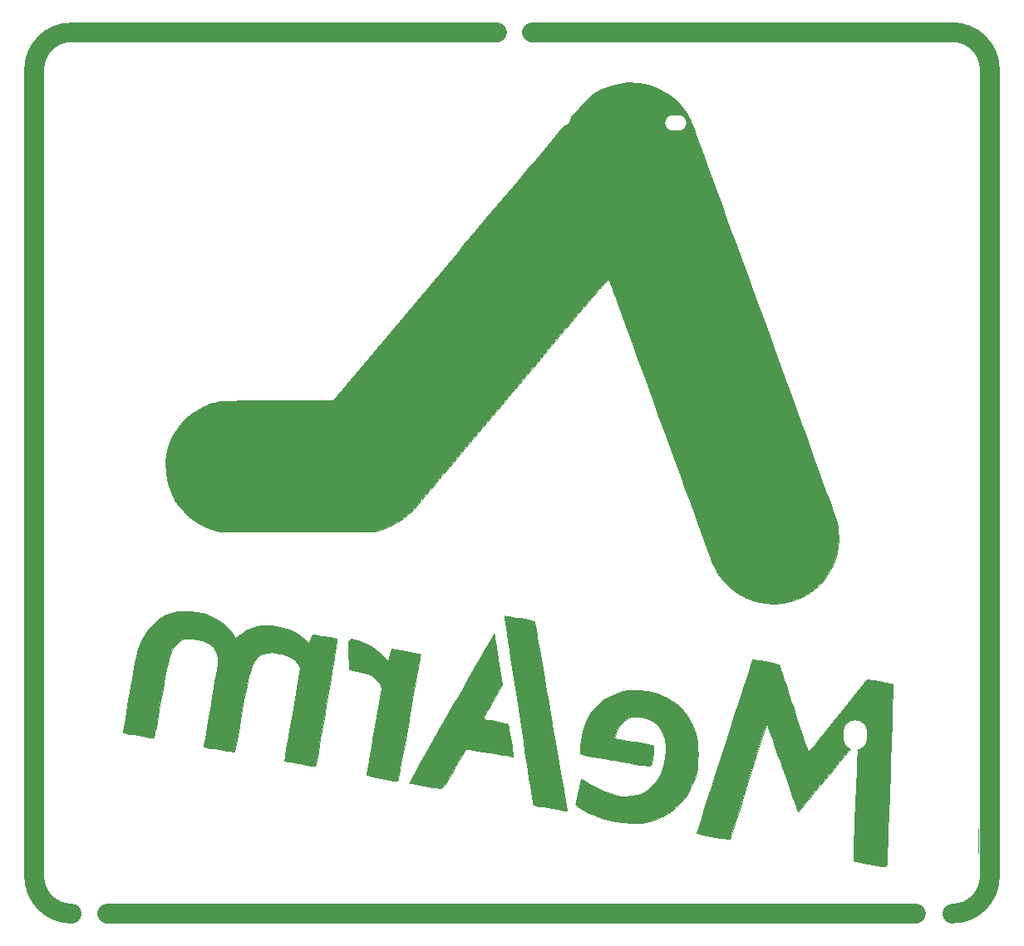
<source format=gbo>
G04 #@! TF.FileFunction,Legend,Bot*
%FSLAX46Y46*%
G04 Gerber Fmt 4.6, Leading zero omitted, Abs format (unit mm)*
G04 Created by KiCad (PCBNEW (2015-01-16 BZR 5376)-product) date 24/06/2015 09:06:33*
%MOMM*%
G01*
G04 APERTURE LIST*
%ADD10C,0.100000*%
%ADD11C,2.000000*%
%ADD12C,0.300000*%
%ADD13O,2.200000X1.524000*%
%ADD14R,1.300000X1.300000*%
%ADD15C,1.300000*%
%ADD16O,2.400000X3.000000*%
%ADD17R,1.727200X1.727200*%
%ADD18O,1.727200X1.727200*%
%ADD19C,4.000000*%
G04 APERTURE END LIST*
D10*
D11*
X134493000Y-43815000D02*
X177546000Y-43815000D01*
X87693500Y-43815000D02*
X131000500Y-43815000D01*
X91249500Y-133667500D02*
X173672500Y-133667500D01*
X181165500Y-47625000D02*
X181165500Y-130048000D01*
X83820000Y-47625000D02*
X83820000Y-129921000D01*
X83820000Y-129857500D02*
G75*
G03X87630000Y-133667500I3810000J0D01*
G01*
X181165500Y-47625000D02*
G75*
G03X177355500Y-43815000I-3810000J0D01*
G01*
X177355500Y-133667500D02*
G75*
G03X181165500Y-129857500I0J3810000D01*
G01*
X87630000Y-43815000D02*
G75*
G03X83820000Y-47625000I0J-3810000D01*
G01*
D10*
X180000000Y-125000000D02*
X180000000Y-127500000D01*
G36*
X151299334Y-125451622D02*
X151378168Y-125491698D01*
X151594321Y-125549115D01*
X151917268Y-125618802D01*
X152316484Y-125695689D01*
X152761445Y-125774703D01*
X153221625Y-125850774D01*
X153666499Y-125918831D01*
X154065544Y-125973802D01*
X154388234Y-126010617D01*
X154604044Y-126024203D01*
X154680915Y-126013409D01*
X154715543Y-125922655D01*
X154795903Y-125683008D01*
X154917904Y-125307411D01*
X155077454Y-124808808D01*
X155270460Y-124200143D01*
X155492831Y-123494360D01*
X155740474Y-122704403D01*
X156009297Y-121843215D01*
X156295209Y-120923740D01*
X156554858Y-120085844D01*
X156851612Y-119129272D01*
X157134585Y-118222130D01*
X157399733Y-117377068D01*
X157643015Y-116606734D01*
X157860386Y-115923780D01*
X158047806Y-115340854D01*
X158201229Y-114870606D01*
X158316615Y-114525685D01*
X158389921Y-114318742D01*
X158416486Y-114260851D01*
X158452638Y-114344356D01*
X158538752Y-114573542D01*
X158669705Y-114933969D01*
X158840376Y-115411194D01*
X159045643Y-115990775D01*
X159280387Y-116658270D01*
X159539484Y-117399237D01*
X159817815Y-118199233D01*
X160020155Y-118783174D01*
X160308728Y-119614666D01*
X160581776Y-120396251D01*
X160834177Y-121113615D01*
X161060807Y-121752442D01*
X161256543Y-122298416D01*
X161416262Y-122737221D01*
X161534842Y-123054544D01*
X161607158Y-123236067D01*
X161627526Y-123274667D01*
X161689397Y-123210865D01*
X161848172Y-123027304D01*
X162094102Y-122735747D01*
X162417439Y-122347961D01*
X162808432Y-121875708D01*
X163257333Y-121330756D01*
X163754391Y-120724867D01*
X164289858Y-120069806D01*
X164679583Y-119591667D01*
X165235953Y-118909376D01*
X165760624Y-118268075D01*
X166243855Y-117679527D01*
X166675905Y-117155496D01*
X167047031Y-116707746D01*
X167347492Y-116348039D01*
X167567548Y-116088140D01*
X167697455Y-115939813D01*
X167729493Y-115908667D01*
X167753204Y-115984789D01*
X167759063Y-116180380D01*
X167751811Y-116353167D01*
X167726619Y-116769663D01*
X167697774Y-117301643D01*
X167665926Y-117932837D01*
X167631729Y-118646976D01*
X167595832Y-119427789D01*
X167558889Y-120259008D01*
X167521551Y-121124363D01*
X167484470Y-122007583D01*
X167448298Y-122892400D01*
X167413685Y-123762543D01*
X167381285Y-124601743D01*
X167351749Y-125393730D01*
X167325728Y-126122235D01*
X167303875Y-126770987D01*
X167286841Y-127323718D01*
X167275277Y-127764157D01*
X167269837Y-128076036D01*
X167271170Y-128243083D01*
X167274539Y-128267177D01*
X167369429Y-128294701D01*
X167599596Y-128344798D01*
X167933377Y-128411674D01*
X168339110Y-128489534D01*
X168785131Y-128572585D01*
X169239776Y-128655031D01*
X169671384Y-128731079D01*
X170048290Y-128794935D01*
X170338832Y-128840805D01*
X170511347Y-128862894D01*
X170535997Y-128864005D01*
X170587778Y-128789200D01*
X170633977Y-128608743D01*
X170637374Y-128587500D01*
X170648871Y-128447447D01*
X170664935Y-128155744D01*
X170685116Y-127725729D01*
X170708962Y-127170741D01*
X170736021Y-126504118D01*
X170765844Y-125739199D01*
X170797979Y-124889321D01*
X170831974Y-123967824D01*
X170867378Y-122988045D01*
X170903740Y-121963323D01*
X170940610Y-120906997D01*
X170977535Y-119832404D01*
X171014066Y-118752884D01*
X171049749Y-117681773D01*
X171084135Y-116632412D01*
X171116773Y-115618138D01*
X171147210Y-114652289D01*
X171174996Y-113748204D01*
X171199680Y-112919221D01*
X171220810Y-112178679D01*
X171237936Y-111539916D01*
X171250606Y-111016270D01*
X171258369Y-110621080D01*
X171260774Y-110367685D01*
X171257370Y-110269421D01*
X171256999Y-110268776D01*
X171158362Y-110235708D01*
X170922693Y-110180942D01*
X170579965Y-110110751D01*
X170160153Y-110031407D01*
X169901401Y-109985110D01*
X168601462Y-109757103D01*
X165650111Y-113514712D01*
X164942899Y-114411848D01*
X164327098Y-115186118D01*
X163804251Y-115835654D01*
X163375899Y-116358588D01*
X163043586Y-116753052D01*
X162808853Y-117017180D01*
X162673243Y-117149102D01*
X162638230Y-117161993D01*
X162601291Y-117062606D01*
X162517247Y-116817262D01*
X162391103Y-116441118D01*
X162227864Y-115949333D01*
X162032537Y-115357065D01*
X161810127Y-114679473D01*
X161565640Y-113931713D01*
X161304082Y-113128945D01*
X161161862Y-112691333D01*
X160893559Y-111867297D01*
X160639590Y-111091625D01*
X160404954Y-110379290D01*
X160194652Y-109745267D01*
X160013682Y-109204531D01*
X159867045Y-108772056D01*
X159759741Y-108462817D01*
X159696768Y-108291789D01*
X159683051Y-108262272D01*
X159589356Y-108230604D01*
X159364549Y-108176341D01*
X159043283Y-108106274D01*
X158660209Y-108027198D01*
X158249979Y-107945904D01*
X157847245Y-107869187D01*
X157486658Y-107803839D01*
X157202870Y-107756654D01*
X157030532Y-107734424D01*
X156995595Y-107735424D01*
X156966457Y-107816567D01*
X156889758Y-108046401D01*
X156769547Y-108412337D01*
X156609870Y-108901787D01*
X156414775Y-109502164D01*
X156188310Y-110200881D01*
X155934520Y-110985349D01*
X155657455Y-111842980D01*
X155361161Y-112761188D01*
X155049685Y-113727385D01*
X154727075Y-114728982D01*
X154397378Y-115753392D01*
X154064642Y-116788028D01*
X153732913Y-117820301D01*
X153406238Y-118837624D01*
X153088666Y-119827410D01*
X152784244Y-120777071D01*
X152497018Y-121674018D01*
X152231037Y-122505665D01*
X151990346Y-123259424D01*
X151778995Y-123922706D01*
X151601029Y-124482925D01*
X151460497Y-124927493D01*
X151361445Y-125243821D01*
X151307922Y-125419322D01*
X151299334Y-125451622D01*
X151299334Y-125451622D01*
X151299334Y-125451622D01*
G37*
X151299334Y-125451622D02*
X151378168Y-125491698D01*
X151594321Y-125549115D01*
X151917268Y-125618802D01*
X152316484Y-125695689D01*
X152761445Y-125774703D01*
X153221625Y-125850774D01*
X153666499Y-125918831D01*
X154065544Y-125973802D01*
X154388234Y-126010617D01*
X154604044Y-126024203D01*
X154680915Y-126013409D01*
X154715543Y-125922655D01*
X154795903Y-125683008D01*
X154917904Y-125307411D01*
X155077454Y-124808808D01*
X155270460Y-124200143D01*
X155492831Y-123494360D01*
X155740474Y-122704403D01*
X156009297Y-121843215D01*
X156295209Y-120923740D01*
X156554858Y-120085844D01*
X156851612Y-119129272D01*
X157134585Y-118222130D01*
X157399733Y-117377068D01*
X157643015Y-116606734D01*
X157860386Y-115923780D01*
X158047806Y-115340854D01*
X158201229Y-114870606D01*
X158316615Y-114525685D01*
X158389921Y-114318742D01*
X158416486Y-114260851D01*
X158452638Y-114344356D01*
X158538752Y-114573542D01*
X158669705Y-114933969D01*
X158840376Y-115411194D01*
X159045643Y-115990775D01*
X159280387Y-116658270D01*
X159539484Y-117399237D01*
X159817815Y-118199233D01*
X160020155Y-118783174D01*
X160308728Y-119614666D01*
X160581776Y-120396251D01*
X160834177Y-121113615D01*
X161060807Y-121752442D01*
X161256543Y-122298416D01*
X161416262Y-122737221D01*
X161534842Y-123054544D01*
X161607158Y-123236067D01*
X161627526Y-123274667D01*
X161689397Y-123210865D01*
X161848172Y-123027304D01*
X162094102Y-122735747D01*
X162417439Y-122347961D01*
X162808432Y-121875708D01*
X163257333Y-121330756D01*
X163754391Y-120724867D01*
X164289858Y-120069806D01*
X164679583Y-119591667D01*
X165235953Y-118909376D01*
X165760624Y-118268075D01*
X166243855Y-117679527D01*
X166675905Y-117155496D01*
X167047031Y-116707746D01*
X167347492Y-116348039D01*
X167567548Y-116088140D01*
X167697455Y-115939813D01*
X167729493Y-115908667D01*
X167753204Y-115984789D01*
X167759063Y-116180380D01*
X167751811Y-116353167D01*
X167726619Y-116769663D01*
X167697774Y-117301643D01*
X167665926Y-117932837D01*
X167631729Y-118646976D01*
X167595832Y-119427789D01*
X167558889Y-120259008D01*
X167521551Y-121124363D01*
X167484470Y-122007583D01*
X167448298Y-122892400D01*
X167413685Y-123762543D01*
X167381285Y-124601743D01*
X167351749Y-125393730D01*
X167325728Y-126122235D01*
X167303875Y-126770987D01*
X167286841Y-127323718D01*
X167275277Y-127764157D01*
X167269837Y-128076036D01*
X167271170Y-128243083D01*
X167274539Y-128267177D01*
X167369429Y-128294701D01*
X167599596Y-128344798D01*
X167933377Y-128411674D01*
X168339110Y-128489534D01*
X168785131Y-128572585D01*
X169239776Y-128655031D01*
X169671384Y-128731079D01*
X170048290Y-128794935D01*
X170338832Y-128840805D01*
X170511347Y-128862894D01*
X170535997Y-128864005D01*
X170587778Y-128789200D01*
X170633977Y-128608743D01*
X170637374Y-128587500D01*
X170648871Y-128447447D01*
X170664935Y-128155744D01*
X170685116Y-127725729D01*
X170708962Y-127170741D01*
X170736021Y-126504118D01*
X170765844Y-125739199D01*
X170797979Y-124889321D01*
X170831974Y-123967824D01*
X170867378Y-122988045D01*
X170903740Y-121963323D01*
X170940610Y-120906997D01*
X170977535Y-119832404D01*
X171014066Y-118752884D01*
X171049749Y-117681773D01*
X171084135Y-116632412D01*
X171116773Y-115618138D01*
X171147210Y-114652289D01*
X171174996Y-113748204D01*
X171199680Y-112919221D01*
X171220810Y-112178679D01*
X171237936Y-111539916D01*
X171250606Y-111016270D01*
X171258369Y-110621080D01*
X171260774Y-110367685D01*
X171257370Y-110269421D01*
X171256999Y-110268776D01*
X171158362Y-110235708D01*
X170922693Y-110180942D01*
X170579965Y-110110751D01*
X170160153Y-110031407D01*
X169901401Y-109985110D01*
X168601462Y-109757103D01*
X165650111Y-113514712D01*
X164942899Y-114411848D01*
X164327098Y-115186118D01*
X163804251Y-115835654D01*
X163375899Y-116358588D01*
X163043586Y-116753052D01*
X162808853Y-117017180D01*
X162673243Y-117149102D01*
X162638230Y-117161993D01*
X162601291Y-117062606D01*
X162517247Y-116817262D01*
X162391103Y-116441118D01*
X162227864Y-115949333D01*
X162032537Y-115357065D01*
X161810127Y-114679473D01*
X161565640Y-113931713D01*
X161304082Y-113128945D01*
X161161862Y-112691333D01*
X160893559Y-111867297D01*
X160639590Y-111091625D01*
X160404954Y-110379290D01*
X160194652Y-109745267D01*
X160013682Y-109204531D01*
X159867045Y-108772056D01*
X159759741Y-108462817D01*
X159696768Y-108291789D01*
X159683051Y-108262272D01*
X159589356Y-108230604D01*
X159364549Y-108176341D01*
X159043283Y-108106274D01*
X158660209Y-108027198D01*
X158249979Y-107945904D01*
X157847245Y-107869187D01*
X157486658Y-107803839D01*
X157202870Y-107756654D01*
X157030532Y-107734424D01*
X156995595Y-107735424D01*
X156966457Y-107816567D01*
X156889758Y-108046401D01*
X156769547Y-108412337D01*
X156609870Y-108901787D01*
X156414775Y-109502164D01*
X156188310Y-110200881D01*
X155934520Y-110985349D01*
X155657455Y-111842980D01*
X155361161Y-112761188D01*
X155049685Y-113727385D01*
X154727075Y-114728982D01*
X154397378Y-115753392D01*
X154064642Y-116788028D01*
X153732913Y-117820301D01*
X153406238Y-118837624D01*
X153088666Y-119827410D01*
X152784244Y-120777071D01*
X152497018Y-121674018D01*
X152231037Y-122505665D01*
X151990346Y-123259424D01*
X151778995Y-123922706D01*
X151601029Y-124482925D01*
X151460497Y-124927493D01*
X151361445Y-125243821D01*
X151307922Y-125419322D01*
X151299334Y-125451622D01*
X151299334Y-125451622D01*
G36*
X138962652Y-122480786D02*
X139013326Y-122571131D01*
X139186360Y-122718040D01*
X139452474Y-122902711D01*
X139782390Y-123106341D01*
X140146831Y-123310129D01*
X140516518Y-123495272D01*
X140606901Y-123536698D01*
X141594162Y-123914846D01*
X142635203Y-124195272D01*
X143691662Y-124372404D01*
X144725181Y-124440672D01*
X145697400Y-124394505D01*
X146104170Y-124335004D01*
X147024094Y-124112341D01*
X147833419Y-123789632D01*
X148570815Y-123346786D01*
X149274951Y-122763711D01*
X149444395Y-122599577D01*
X149792177Y-122241846D01*
X150051827Y-121937769D01*
X150264024Y-121631082D01*
X150469445Y-121265520D01*
X150609679Y-120987803D01*
X150898375Y-120369576D01*
X151111087Y-119822709D01*
X151258541Y-119299383D01*
X151351465Y-118751782D01*
X151400583Y-118132087D01*
X151416622Y-117392480D01*
X151416630Y-117390333D01*
X151410166Y-116721382D01*
X151379975Y-116177596D01*
X151318125Y-115715545D01*
X151216686Y-115291799D01*
X151067729Y-114862927D01*
X150871078Y-114402575D01*
X150390854Y-113540781D01*
X149786403Y-112786992D01*
X149069658Y-112148545D01*
X148252552Y-111632775D01*
X147347016Y-111247018D01*
X146364984Y-110998608D01*
X145318388Y-110894882D01*
X145161000Y-110892281D01*
X144414054Y-110917792D01*
X143765964Y-111013150D01*
X143156039Y-111191474D01*
X142536333Y-111459621D01*
X141739132Y-111941126D01*
X141055280Y-112545755D01*
X140488115Y-113267901D01*
X140040972Y-114101958D01*
X139717190Y-115042321D01*
X139520104Y-116083383D01*
X139472110Y-116607167D01*
X139456261Y-116978756D01*
X139459260Y-117256632D01*
X139480188Y-117411042D01*
X139497638Y-117432667D01*
X139595285Y-117446874D01*
X139841593Y-117487427D01*
X140218474Y-117551215D01*
X140707836Y-117635133D01*
X141291590Y-117736071D01*
X141951646Y-117850923D01*
X142669912Y-117976581D01*
X142947614Y-118025333D01*
X143686642Y-118154531D01*
X144377430Y-118274018D01*
X145001325Y-118380664D01*
X145539674Y-118471335D01*
X145973825Y-118542900D01*
X146285124Y-118592229D01*
X146454918Y-118616187D01*
X146477540Y-118618000D01*
X146616216Y-118540288D01*
X146726653Y-118305059D01*
X146809760Y-117909167D01*
X146866446Y-117349470D01*
X146872736Y-117251025D01*
X146890661Y-116895329D01*
X146889055Y-116673569D01*
X146862798Y-116550962D01*
X146806768Y-116492724D01*
X146758433Y-116474683D01*
X146631187Y-116447694D01*
X146363584Y-116397000D01*
X145982183Y-116327421D01*
X145513539Y-116243777D01*
X144984211Y-116150887D01*
X144755608Y-116111213D01*
X142910883Y-115792109D01*
X142965836Y-115541910D01*
X143166747Y-114959100D01*
X143487984Y-114431983D01*
X143900474Y-114002415D01*
X144162597Y-113818828D01*
X144395934Y-113694546D01*
X144609551Y-113622921D01*
X144865368Y-113590533D01*
X145225302Y-113583958D01*
X145245667Y-113584058D01*
X145650939Y-113598968D01*
X145966748Y-113649095D01*
X146271862Y-113750390D01*
X146451953Y-113828358D01*
X147039221Y-114176129D01*
X147501351Y-114630314D01*
X147840497Y-115194859D01*
X148058808Y-115873712D01*
X148158438Y-116670820D01*
X148165662Y-116972047D01*
X148103351Y-117862250D01*
X147920692Y-118701827D01*
X147627667Y-119471164D01*
X147234259Y-120150651D01*
X146750450Y-120720673D01*
X146186225Y-121161620D01*
X145972114Y-121281564D01*
X145354899Y-121525084D01*
X144675831Y-121676758D01*
X144008121Y-121722439D01*
X143764000Y-121708210D01*
X143163212Y-121601612D01*
X142476863Y-121403303D01*
X141748845Y-121130731D01*
X141023049Y-120801346D01*
X140343366Y-120432597D01*
X139985025Y-120205844D01*
X139550383Y-119912719D01*
X139273790Y-121149193D01*
X139174411Y-121589654D01*
X139086084Y-121974049D01*
X139016199Y-122270753D01*
X138972144Y-122448138D01*
X138962652Y-122480786D01*
X138962652Y-122480786D01*
X138962652Y-122480786D01*
G37*
X138962652Y-122480786D02*
X139013326Y-122571131D01*
X139186360Y-122718040D01*
X139452474Y-122902711D01*
X139782390Y-123106341D01*
X140146831Y-123310129D01*
X140516518Y-123495272D01*
X140606901Y-123536698D01*
X141594162Y-123914846D01*
X142635203Y-124195272D01*
X143691662Y-124372404D01*
X144725181Y-124440672D01*
X145697400Y-124394505D01*
X146104170Y-124335004D01*
X147024094Y-124112341D01*
X147833419Y-123789632D01*
X148570815Y-123346786D01*
X149274951Y-122763711D01*
X149444395Y-122599577D01*
X149792177Y-122241846D01*
X150051827Y-121937769D01*
X150264024Y-121631082D01*
X150469445Y-121265520D01*
X150609679Y-120987803D01*
X150898375Y-120369576D01*
X151111087Y-119822709D01*
X151258541Y-119299383D01*
X151351465Y-118751782D01*
X151400583Y-118132087D01*
X151416622Y-117392480D01*
X151416630Y-117390333D01*
X151410166Y-116721382D01*
X151379975Y-116177596D01*
X151318125Y-115715545D01*
X151216686Y-115291799D01*
X151067729Y-114862927D01*
X150871078Y-114402575D01*
X150390854Y-113540781D01*
X149786403Y-112786992D01*
X149069658Y-112148545D01*
X148252552Y-111632775D01*
X147347016Y-111247018D01*
X146364984Y-110998608D01*
X145318388Y-110894882D01*
X145161000Y-110892281D01*
X144414054Y-110917792D01*
X143765964Y-111013150D01*
X143156039Y-111191474D01*
X142536333Y-111459621D01*
X141739132Y-111941126D01*
X141055280Y-112545755D01*
X140488115Y-113267901D01*
X140040972Y-114101958D01*
X139717190Y-115042321D01*
X139520104Y-116083383D01*
X139472110Y-116607167D01*
X139456261Y-116978756D01*
X139459260Y-117256632D01*
X139480188Y-117411042D01*
X139497638Y-117432667D01*
X139595285Y-117446874D01*
X139841593Y-117487427D01*
X140218474Y-117551215D01*
X140707836Y-117635133D01*
X141291590Y-117736071D01*
X141951646Y-117850923D01*
X142669912Y-117976581D01*
X142947614Y-118025333D01*
X143686642Y-118154531D01*
X144377430Y-118274018D01*
X145001325Y-118380664D01*
X145539674Y-118471335D01*
X145973825Y-118542900D01*
X146285124Y-118592229D01*
X146454918Y-118616187D01*
X146477540Y-118618000D01*
X146616216Y-118540288D01*
X146726653Y-118305059D01*
X146809760Y-117909167D01*
X146866446Y-117349470D01*
X146872736Y-117251025D01*
X146890661Y-116895329D01*
X146889055Y-116673569D01*
X146862798Y-116550962D01*
X146806768Y-116492724D01*
X146758433Y-116474683D01*
X146631187Y-116447694D01*
X146363584Y-116397000D01*
X145982183Y-116327421D01*
X145513539Y-116243777D01*
X144984211Y-116150887D01*
X144755608Y-116111213D01*
X142910883Y-115792109D01*
X142965836Y-115541910D01*
X143166747Y-114959100D01*
X143487984Y-114431983D01*
X143900474Y-114002415D01*
X144162597Y-113818828D01*
X144395934Y-113694546D01*
X144609551Y-113622921D01*
X144865368Y-113590533D01*
X145225302Y-113583958D01*
X145245667Y-113584058D01*
X145650939Y-113598968D01*
X145966748Y-113649095D01*
X146271862Y-113750390D01*
X146451953Y-113828358D01*
X147039221Y-114176129D01*
X147501351Y-114630314D01*
X147840497Y-115194859D01*
X148058808Y-115873712D01*
X148158438Y-116670820D01*
X148165662Y-116972047D01*
X148103351Y-117862250D01*
X147920692Y-118701827D01*
X147627667Y-119471164D01*
X147234259Y-120150651D01*
X146750450Y-120720673D01*
X146186225Y-121161620D01*
X145972114Y-121281564D01*
X145354899Y-121525084D01*
X144675831Y-121676758D01*
X144008121Y-121722439D01*
X143764000Y-121708210D01*
X143163212Y-121601612D01*
X142476863Y-121403303D01*
X141748845Y-121130731D01*
X141023049Y-120801346D01*
X140343366Y-120432597D01*
X139985025Y-120205844D01*
X139550383Y-119912719D01*
X139273790Y-121149193D01*
X139174411Y-121589654D01*
X139086084Y-121974049D01*
X139016199Y-122270753D01*
X138972144Y-122448138D01*
X138962652Y-122480786D01*
X138962652Y-122480786D01*
G36*
X131703774Y-103306369D02*
X131713521Y-103391230D01*
X131747261Y-103630664D01*
X131803034Y-104011912D01*
X131878882Y-104522213D01*
X131972845Y-105148808D01*
X132082964Y-105878938D01*
X132207280Y-106699843D01*
X132343834Y-107598763D01*
X132490668Y-108562938D01*
X132645821Y-109579609D01*
X132807336Y-110636016D01*
X132973252Y-111719399D01*
X133141612Y-112816999D01*
X133310455Y-113916056D01*
X133477824Y-115003810D01*
X133641758Y-116067502D01*
X133800299Y-117094371D01*
X133951488Y-118071659D01*
X134093366Y-118986606D01*
X134223973Y-119826451D01*
X134341351Y-120578435D01*
X134443541Y-121229799D01*
X134528584Y-121767782D01*
X134594520Y-122179626D01*
X134639390Y-122452569D01*
X134661236Y-122573854D01*
X134662745Y-122578901D01*
X134745146Y-122597619D01*
X134964019Y-122640032D01*
X135289027Y-122700697D01*
X135689833Y-122774170D01*
X136136102Y-122855006D01*
X136597497Y-122937760D01*
X137043682Y-123016989D01*
X137444321Y-123087249D01*
X137769078Y-123143094D01*
X137987616Y-123179081D01*
X138067872Y-123190000D01*
X138067936Y-123118175D01*
X138042387Y-122957167D01*
X138022563Y-122844300D01*
X137976304Y-122575345D01*
X137905459Y-122161167D01*
X137811875Y-121612631D01*
X137697401Y-120940604D01*
X137563884Y-120155950D01*
X137413172Y-119269537D01*
X137247114Y-118292229D01*
X137067557Y-117234892D01*
X136876348Y-116108393D01*
X136675337Y-114923596D01*
X136466371Y-113691368D01*
X136399524Y-113297075D01*
X136189096Y-112056954D01*
X135986295Y-110864052D01*
X135792936Y-109728924D01*
X135610834Y-108662128D01*
X135441805Y-107674221D01*
X135287663Y-106775760D01*
X135150223Y-105977301D01*
X135031300Y-105289401D01*
X134932710Y-104722617D01*
X134856267Y-104287507D01*
X134803786Y-103994626D01*
X134777083Y-103854532D01*
X134774187Y-103843568D01*
X134683574Y-103818253D01*
X134459617Y-103771632D01*
X134134389Y-103709317D01*
X133739962Y-103636920D01*
X133308409Y-103560052D01*
X132871805Y-103484325D01*
X132462221Y-103415350D01*
X132111732Y-103358739D01*
X131852410Y-103320102D01*
X131716328Y-103305053D01*
X131703774Y-103306369D01*
X131703774Y-103306369D01*
X131703774Y-103306369D01*
G37*
X131703774Y-103306369D02*
X131713521Y-103391230D01*
X131747261Y-103630664D01*
X131803034Y-104011912D01*
X131878882Y-104522213D01*
X131972845Y-105148808D01*
X132082964Y-105878938D01*
X132207280Y-106699843D01*
X132343834Y-107598763D01*
X132490668Y-108562938D01*
X132645821Y-109579609D01*
X132807336Y-110636016D01*
X132973252Y-111719399D01*
X133141612Y-112816999D01*
X133310455Y-113916056D01*
X133477824Y-115003810D01*
X133641758Y-116067502D01*
X133800299Y-117094371D01*
X133951488Y-118071659D01*
X134093366Y-118986606D01*
X134223973Y-119826451D01*
X134341351Y-120578435D01*
X134443541Y-121229799D01*
X134528584Y-121767782D01*
X134594520Y-122179626D01*
X134639390Y-122452569D01*
X134661236Y-122573854D01*
X134662745Y-122578901D01*
X134745146Y-122597619D01*
X134964019Y-122640032D01*
X135289027Y-122700697D01*
X135689833Y-122774170D01*
X136136102Y-122855006D01*
X136597497Y-122937760D01*
X137043682Y-123016989D01*
X137444321Y-123087249D01*
X137769078Y-123143094D01*
X137987616Y-123179081D01*
X138067872Y-123190000D01*
X138067936Y-123118175D01*
X138042387Y-122957167D01*
X138022563Y-122844300D01*
X137976304Y-122575345D01*
X137905459Y-122161167D01*
X137811875Y-121612631D01*
X137697401Y-120940604D01*
X137563884Y-120155950D01*
X137413172Y-119269537D01*
X137247114Y-118292229D01*
X137067557Y-117234892D01*
X136876348Y-116108393D01*
X136675337Y-114923596D01*
X136466371Y-113691368D01*
X136399524Y-113297075D01*
X136189096Y-112056954D01*
X135986295Y-110864052D01*
X135792936Y-109728924D01*
X135610834Y-108662128D01*
X135441805Y-107674221D01*
X135287663Y-106775760D01*
X135150223Y-105977301D01*
X135031300Y-105289401D01*
X134932710Y-104722617D01*
X134856267Y-104287507D01*
X134803786Y-103994626D01*
X134777083Y-103854532D01*
X134774187Y-103843568D01*
X134683574Y-103818253D01*
X134459617Y-103771632D01*
X134134389Y-103709317D01*
X133739962Y-103636920D01*
X133308409Y-103560052D01*
X132871805Y-103484325D01*
X132462221Y-103415350D01*
X132111732Y-103358739D01*
X131852410Y-103320102D01*
X131716328Y-103305053D01*
X131703774Y-103306369D01*
X131703774Y-103306369D01*
G36*
X122018156Y-120346080D02*
X122109017Y-120368075D01*
X122335761Y-120411599D01*
X122667075Y-120471368D01*
X123071645Y-120542097D01*
X123518157Y-120618501D01*
X123975298Y-120695296D01*
X124411755Y-120767195D01*
X124796212Y-120828915D01*
X125097358Y-120875171D01*
X125283878Y-120900677D01*
X125323909Y-120904000D01*
X125409477Y-120829764D01*
X125568470Y-120611291D01*
X125796874Y-120254931D01*
X126090676Y-119767036D01*
X126445862Y-119153958D01*
X126588129Y-118903569D01*
X126889447Y-118375011D01*
X127166768Y-117896482D01*
X127408461Y-117487421D01*
X127602898Y-117167263D01*
X127738447Y-116955446D01*
X127803479Y-116871407D01*
X127804292Y-116871034D01*
X127906746Y-116876964D01*
X128153664Y-116909737D01*
X128522919Y-116965857D01*
X128992383Y-117041825D01*
X129539928Y-117134146D01*
X130143425Y-117239321D01*
X130217333Y-117252423D01*
X130822433Y-117358929D01*
X131370878Y-117453632D01*
X131841244Y-117532982D01*
X132212108Y-117593425D01*
X132462046Y-117631411D01*
X132569635Y-117643387D01*
X132572080Y-117642822D01*
X132571134Y-117553883D01*
X132547010Y-117329515D01*
X132504485Y-117001298D01*
X132448338Y-116600813D01*
X132383345Y-116159640D01*
X132314286Y-115709359D01*
X132245937Y-115281552D01*
X132183076Y-114907798D01*
X132130482Y-114619679D01*
X132092931Y-114448774D01*
X132085253Y-114424930D01*
X132036407Y-114353634D01*
X131936264Y-114292611D01*
X131759308Y-114234496D01*
X131480019Y-114171926D01*
X131072880Y-114097536D01*
X130778183Y-114047748D01*
X130344467Y-113970688D01*
X129977089Y-113895922D01*
X129705185Y-113830132D01*
X129557893Y-113780001D01*
X129540000Y-113763784D01*
X129580026Y-113670726D01*
X129692293Y-113452291D01*
X129865087Y-113130157D01*
X130086692Y-112726001D01*
X130345395Y-112261503D01*
X130506136Y-111975974D01*
X131472272Y-110266349D01*
X131080762Y-107711174D01*
X130982054Y-107076308D01*
X130889539Y-106498982D01*
X130806689Y-105999486D01*
X130736973Y-105598109D01*
X130683862Y-105315142D01*
X130650827Y-105170875D01*
X130643792Y-105156524D01*
X130596498Y-105228277D01*
X130472834Y-105435483D01*
X130279526Y-105766297D01*
X130023300Y-106208875D01*
X129710882Y-106751374D01*
X129348997Y-107381950D01*
X128944372Y-108088757D01*
X128503731Y-108859954D01*
X128033801Y-109683695D01*
X127541308Y-110548137D01*
X127032977Y-111441435D01*
X126515535Y-112351746D01*
X125995706Y-113267226D01*
X125480218Y-114176030D01*
X124975794Y-115066315D01*
X124489163Y-115926237D01*
X124027048Y-116743952D01*
X123596176Y-117507616D01*
X123203273Y-118205385D01*
X122855064Y-118825415D01*
X122558276Y-119355861D01*
X122319634Y-119784881D01*
X122145863Y-120100630D01*
X122043691Y-120291264D01*
X122018156Y-120346080D01*
X122018156Y-120346080D01*
X122018156Y-120346080D01*
G37*
X122018156Y-120346080D02*
X122109017Y-120368075D01*
X122335761Y-120411599D01*
X122667075Y-120471368D01*
X123071645Y-120542097D01*
X123518157Y-120618501D01*
X123975298Y-120695296D01*
X124411755Y-120767195D01*
X124796212Y-120828915D01*
X125097358Y-120875171D01*
X125283878Y-120900677D01*
X125323909Y-120904000D01*
X125409477Y-120829764D01*
X125568470Y-120611291D01*
X125796874Y-120254931D01*
X126090676Y-119767036D01*
X126445862Y-119153958D01*
X126588129Y-118903569D01*
X126889447Y-118375011D01*
X127166768Y-117896482D01*
X127408461Y-117487421D01*
X127602898Y-117167263D01*
X127738447Y-116955446D01*
X127803479Y-116871407D01*
X127804292Y-116871034D01*
X127906746Y-116876964D01*
X128153664Y-116909737D01*
X128522919Y-116965857D01*
X128992383Y-117041825D01*
X129539928Y-117134146D01*
X130143425Y-117239321D01*
X130217333Y-117252423D01*
X130822433Y-117358929D01*
X131370878Y-117453632D01*
X131841244Y-117532982D01*
X132212108Y-117593425D01*
X132462046Y-117631411D01*
X132569635Y-117643387D01*
X132572080Y-117642822D01*
X132571134Y-117553883D01*
X132547010Y-117329515D01*
X132504485Y-117001298D01*
X132448338Y-116600813D01*
X132383345Y-116159640D01*
X132314286Y-115709359D01*
X132245937Y-115281552D01*
X132183076Y-114907798D01*
X132130482Y-114619679D01*
X132092931Y-114448774D01*
X132085253Y-114424930D01*
X132036407Y-114353634D01*
X131936264Y-114292611D01*
X131759308Y-114234496D01*
X131480019Y-114171926D01*
X131072880Y-114097536D01*
X130778183Y-114047748D01*
X130344467Y-113970688D01*
X129977089Y-113895922D01*
X129705185Y-113830132D01*
X129557893Y-113780001D01*
X129540000Y-113763784D01*
X129580026Y-113670726D01*
X129692293Y-113452291D01*
X129865087Y-113130157D01*
X130086692Y-112726001D01*
X130345395Y-112261503D01*
X130506136Y-111975974D01*
X131472272Y-110266349D01*
X131080762Y-107711174D01*
X130982054Y-107076308D01*
X130889539Y-106498982D01*
X130806689Y-105999486D01*
X130736973Y-105598109D01*
X130683862Y-105315142D01*
X130650827Y-105170875D01*
X130643792Y-105156524D01*
X130596498Y-105228277D01*
X130472834Y-105435483D01*
X130279526Y-105766297D01*
X130023300Y-106208875D01*
X129710882Y-106751374D01*
X129348997Y-107381950D01*
X128944372Y-108088757D01*
X128503731Y-108859954D01*
X128033801Y-109683695D01*
X127541308Y-110548137D01*
X127032977Y-111441435D01*
X126515535Y-112351746D01*
X125995706Y-113267226D01*
X125480218Y-114176030D01*
X124975794Y-115066315D01*
X124489163Y-115926237D01*
X124027048Y-116743952D01*
X123596176Y-117507616D01*
X123203273Y-118205385D01*
X122855064Y-118825415D01*
X122558276Y-119355861D01*
X122319634Y-119784881D01*
X122145863Y-120100630D01*
X122043691Y-120291264D01*
X122018156Y-120346080D01*
X122018156Y-120346080D01*
G36*
X115823621Y-106388041D02*
X115824602Y-106658833D01*
X115829666Y-107122308D01*
X115842868Y-107588985D01*
X115862022Y-107995533D01*
X115878369Y-108216501D01*
X115931535Y-108779335D01*
X116689367Y-108917983D01*
X117082453Y-109002065D01*
X117459768Y-109103447D01*
X117755323Y-109203828D01*
X117818084Y-109230966D01*
X118227769Y-109472657D01*
X118609861Y-109785311D01*
X118916464Y-110124965D01*
X119073868Y-110383604D01*
X119222953Y-110714216D01*
X118454810Y-115069501D01*
X118307278Y-115907680D01*
X118169054Y-116696247D01*
X118042881Y-117419330D01*
X117931500Y-118061053D01*
X117837655Y-118605543D01*
X117764088Y-119036928D01*
X117713542Y-119339333D01*
X117688759Y-119496884D01*
X117686667Y-119515445D01*
X117764856Y-119548890D01*
X117978620Y-119605409D01*
X118296754Y-119678784D01*
X118688053Y-119762796D01*
X119121310Y-119851224D01*
X119565321Y-119937850D01*
X119988881Y-120016455D01*
X120360784Y-120080819D01*
X120649824Y-120124724D01*
X120824798Y-120141950D01*
X120830476Y-120142000D01*
X120851431Y-120060713D01*
X120899142Y-119825344D01*
X120971290Y-119448626D01*
X121065552Y-118943295D01*
X121179605Y-118322085D01*
X121311129Y-117597730D01*
X121457802Y-116782967D01*
X121617301Y-115890528D01*
X121787305Y-114933150D01*
X121965493Y-113923566D01*
X121999800Y-113728500D01*
X122179090Y-112708208D01*
X122349847Y-111735913D01*
X122509805Y-110824559D01*
X122656696Y-109987091D01*
X122788253Y-109236454D01*
X122902207Y-108585593D01*
X122996292Y-108047453D01*
X123068239Y-107634979D01*
X123115783Y-107361115D01*
X123136654Y-107238807D01*
X123137396Y-107233943D01*
X123061709Y-107193845D01*
X122845267Y-107132279D01*
X122514378Y-107055402D01*
X122095351Y-106969376D01*
X121666000Y-106889466D01*
X120184333Y-106626045D01*
X120022252Y-107278452D01*
X119860171Y-107930859D01*
X119175585Y-107241930D01*
X118603772Y-106719664D01*
X118043159Y-106328165D01*
X117446266Y-106039360D01*
X116789538Y-105831254D01*
X116388807Y-105727922D01*
X116117271Y-105674484D01*
X115949957Y-105692359D01*
X115861893Y-105802965D01*
X115828105Y-106027720D01*
X115823621Y-106388041D01*
X115823621Y-106388041D01*
X115823621Y-106388041D01*
G37*
X115823621Y-106388041D02*
X115824602Y-106658833D01*
X115829666Y-107122308D01*
X115842868Y-107588985D01*
X115862022Y-107995533D01*
X115878369Y-108216501D01*
X115931535Y-108779335D01*
X116689367Y-108917983D01*
X117082453Y-109002065D01*
X117459768Y-109103447D01*
X117755323Y-109203828D01*
X117818084Y-109230966D01*
X118227769Y-109472657D01*
X118609861Y-109785311D01*
X118916464Y-110124965D01*
X119073868Y-110383604D01*
X119222953Y-110714216D01*
X118454810Y-115069501D01*
X118307278Y-115907680D01*
X118169054Y-116696247D01*
X118042881Y-117419330D01*
X117931500Y-118061053D01*
X117837655Y-118605543D01*
X117764088Y-119036928D01*
X117713542Y-119339333D01*
X117688759Y-119496884D01*
X117686667Y-119515445D01*
X117764856Y-119548890D01*
X117978620Y-119605409D01*
X118296754Y-119678784D01*
X118688053Y-119762796D01*
X119121310Y-119851224D01*
X119565321Y-119937850D01*
X119988881Y-120016455D01*
X120360784Y-120080819D01*
X120649824Y-120124724D01*
X120824798Y-120141950D01*
X120830476Y-120142000D01*
X120851431Y-120060713D01*
X120899142Y-119825344D01*
X120971290Y-119448626D01*
X121065552Y-118943295D01*
X121179605Y-118322085D01*
X121311129Y-117597730D01*
X121457802Y-116782967D01*
X121617301Y-115890528D01*
X121787305Y-114933150D01*
X121965493Y-113923566D01*
X121999800Y-113728500D01*
X122179090Y-112708208D01*
X122349847Y-111735913D01*
X122509805Y-110824559D01*
X122656696Y-109987091D01*
X122788253Y-109236454D01*
X122902207Y-108585593D01*
X122996292Y-108047453D01*
X123068239Y-107634979D01*
X123115783Y-107361115D01*
X123136654Y-107238807D01*
X123137396Y-107233943D01*
X123061709Y-107193845D01*
X122845267Y-107132279D01*
X122514378Y-107055402D01*
X122095351Y-106969376D01*
X121666000Y-106889466D01*
X120184333Y-106626045D01*
X120022252Y-107278452D01*
X119860171Y-107930859D01*
X119175585Y-107241930D01*
X118603772Y-106719664D01*
X118043159Y-106328165D01*
X117446266Y-106039360D01*
X116789538Y-105831254D01*
X116388807Y-105727922D01*
X116117271Y-105674484D01*
X115949957Y-105692359D01*
X115861893Y-105802965D01*
X115828105Y-106027720D01*
X115823621Y-106388041D01*
X115823621Y-106388041D01*
G36*
X92873848Y-115162665D02*
X92875486Y-115186622D01*
X92985274Y-115218971D01*
X93225260Y-115270395D01*
X93563298Y-115335449D01*
X93967244Y-115408687D01*
X94404951Y-115484663D01*
X94844273Y-115557933D01*
X95253064Y-115623050D01*
X95599179Y-115674570D01*
X95850472Y-115707047D01*
X95974797Y-115715035D01*
X95982025Y-115712864D01*
X95997189Y-115690631D01*
X96014713Y-115644653D01*
X96037081Y-115561568D01*
X96066781Y-115428016D01*
X96106298Y-115230638D01*
X96158118Y-114956071D01*
X96224727Y-114590957D01*
X96308611Y-114121933D01*
X96412257Y-113535641D01*
X96538150Y-112818718D01*
X96688775Y-111957806D01*
X96812066Y-111252000D01*
X96985873Y-110272060D01*
X97139665Y-109443411D01*
X97277811Y-108749775D01*
X97404674Y-108174874D01*
X97524624Y-107702430D01*
X97642024Y-107316164D01*
X97761243Y-106999798D01*
X97886645Y-106737055D01*
X98022598Y-106511655D01*
X98120071Y-106375649D01*
X98425260Y-106032848D01*
X98749939Y-105806101D01*
X99136419Y-105676705D01*
X99627014Y-105625954D01*
X99822000Y-105623283D01*
X100556362Y-105684691D01*
X101189686Y-105860294D01*
X101712348Y-106142429D01*
X102114720Y-106523432D01*
X102387175Y-106995640D01*
X102520088Y-107551389D01*
X102531993Y-107780667D01*
X102517969Y-107955582D01*
X102476861Y-108278968D01*
X102411524Y-108732631D01*
X102324816Y-109298376D01*
X102219593Y-109958010D01*
X102098712Y-110693338D01*
X101965029Y-111486166D01*
X101821401Y-112318300D01*
X101803510Y-112420634D01*
X101661071Y-113238567D01*
X101529103Y-114004770D01*
X101410249Y-114703301D01*
X101307153Y-115318220D01*
X101222456Y-115833585D01*
X101158803Y-116233454D01*
X101118835Y-116501886D01*
X101105195Y-116622939D01*
X101105952Y-116628174D01*
X101207230Y-116662590D01*
X101441107Y-116714001D01*
X101775301Y-116777303D01*
X102177531Y-116847391D01*
X102615514Y-116919161D01*
X103056968Y-116987509D01*
X103469611Y-117047331D01*
X103821161Y-117093521D01*
X104079334Y-117120977D01*
X104211851Y-117124593D01*
X104221870Y-117120852D01*
X104252844Y-117020580D01*
X104306656Y-116778125D01*
X104378425Y-116418353D01*
X104463273Y-115966130D01*
X104556321Y-115446323D01*
X104600939Y-115189000D01*
X104813760Y-113954191D01*
X105002304Y-112874549D01*
X105169489Y-111938102D01*
X105318234Y-111132884D01*
X105451458Y-110446923D01*
X105572081Y-109868252D01*
X105683023Y-109384900D01*
X105787201Y-108984900D01*
X105887536Y-108656281D01*
X105986946Y-108387074D01*
X106088351Y-108165311D01*
X106194669Y-107979022D01*
X106308821Y-107816238D01*
X106433725Y-107664989D01*
X106436867Y-107661416D01*
X106770218Y-107346414D01*
X107133048Y-107145736D01*
X107564155Y-107045914D01*
X108102334Y-107033481D01*
X108226139Y-107040290D01*
X109013911Y-107160014D01*
X109698691Y-107408550D01*
X110275446Y-107783385D01*
X110739140Y-108282007D01*
X110752871Y-108301124D01*
X110936542Y-108559067D01*
X110103548Y-113289255D01*
X109950736Y-114161377D01*
X109808305Y-114982761D01*
X109678751Y-115738434D01*
X109564568Y-116413423D01*
X109468254Y-116992753D01*
X109392303Y-117461451D01*
X109339212Y-117804544D01*
X109311476Y-118007057D01*
X109308777Y-118057645D01*
X109398338Y-118082621D01*
X109622248Y-118130467D01*
X109948001Y-118195196D01*
X110343090Y-118270820D01*
X110775010Y-118351349D01*
X111211253Y-118430795D01*
X111619313Y-118503171D01*
X111966683Y-118562488D01*
X112220857Y-118602758D01*
X112349329Y-118617991D01*
X112350555Y-118618000D01*
X112458399Y-118550771D01*
X112477486Y-118512167D01*
X112508903Y-118377561D01*
X112564417Y-118096443D01*
X112641373Y-117684413D01*
X112737115Y-117157070D01*
X112848986Y-116530014D01*
X112974332Y-115818844D01*
X113110496Y-115039161D01*
X113254821Y-114206565D01*
X113404653Y-113336654D01*
X113557336Y-112445029D01*
X113710213Y-111547289D01*
X113860629Y-110659035D01*
X114005927Y-109795865D01*
X114143452Y-108973381D01*
X114270549Y-108207181D01*
X114384560Y-107512865D01*
X114482831Y-106906033D01*
X114562705Y-106402285D01*
X114621526Y-106017221D01*
X114656639Y-105766440D01*
X114665388Y-105665542D01*
X114664841Y-105664385D01*
X114559794Y-105628483D01*
X114320974Y-105573108D01*
X113981851Y-105505300D01*
X113575897Y-105432101D01*
X113495667Y-105418450D01*
X113073009Y-105345895D01*
X112702916Y-105279909D01*
X112421657Y-105227131D01*
X112265503Y-105194202D01*
X112254703Y-105191265D01*
X112157184Y-105206395D01*
X112067612Y-105334035D01*
X111968122Y-105597292D01*
X111882865Y-105848977D01*
X111817260Y-106025926D01*
X111792650Y-106078546D01*
X111720812Y-106043856D01*
X111562781Y-105920058D01*
X111380359Y-105758958D01*
X110606936Y-105151004D01*
X109779910Y-104702325D01*
X108902917Y-104414411D01*
X107979593Y-104288753D01*
X107780667Y-104283124D01*
X107361136Y-104291799D01*
X106943631Y-104322027D01*
X106599427Y-104368009D01*
X106510667Y-104386462D01*
X105980524Y-104555273D01*
X105432548Y-104800516D01*
X104935338Y-105088447D01*
X104647862Y-105302760D01*
X104452528Y-105461400D01*
X104316628Y-105555685D01*
X104278020Y-105568229D01*
X104226355Y-105483178D01*
X104118516Y-105298160D01*
X104029333Y-105143082D01*
X103679821Y-104668837D01*
X103194307Y-104206315D01*
X102605784Y-103777980D01*
X101947243Y-103406298D01*
X101251674Y-103113736D01*
X100880333Y-102998720D01*
X100321610Y-102886503D01*
X99691174Y-102821764D01*
X99050908Y-102806583D01*
X98462701Y-102843043D01*
X98095056Y-102905028D01*
X97282114Y-103181338D01*
X96542605Y-103606212D01*
X95882143Y-104173055D01*
X95306341Y-104875271D01*
X94820813Y-105706267D01*
X94431172Y-106659447D01*
X94197233Y-107484333D01*
X94142574Y-107738419D01*
X94068242Y-108116032D01*
X93977670Y-108597164D01*
X93874292Y-109161809D01*
X93761541Y-109789959D01*
X93642850Y-110461608D01*
X93521653Y-111156747D01*
X93401383Y-111855369D01*
X93285473Y-112537469D01*
X93177357Y-113183037D01*
X93080468Y-113772067D01*
X92998239Y-114284552D01*
X92934104Y-114700485D01*
X92891496Y-114999858D01*
X92873848Y-115162665D01*
X92873848Y-115162665D01*
X92873848Y-115162665D01*
G37*
X92873848Y-115162665D02*
X92875486Y-115186622D01*
X92985274Y-115218971D01*
X93225260Y-115270395D01*
X93563298Y-115335449D01*
X93967244Y-115408687D01*
X94404951Y-115484663D01*
X94844273Y-115557933D01*
X95253064Y-115623050D01*
X95599179Y-115674570D01*
X95850472Y-115707047D01*
X95974797Y-115715035D01*
X95982025Y-115712864D01*
X95997189Y-115690631D01*
X96014713Y-115644653D01*
X96037081Y-115561568D01*
X96066781Y-115428016D01*
X96106298Y-115230638D01*
X96158118Y-114956071D01*
X96224727Y-114590957D01*
X96308611Y-114121933D01*
X96412257Y-113535641D01*
X96538150Y-112818718D01*
X96688775Y-111957806D01*
X96812066Y-111252000D01*
X96985873Y-110272060D01*
X97139665Y-109443411D01*
X97277811Y-108749775D01*
X97404674Y-108174874D01*
X97524624Y-107702430D01*
X97642024Y-107316164D01*
X97761243Y-106999798D01*
X97886645Y-106737055D01*
X98022598Y-106511655D01*
X98120071Y-106375649D01*
X98425260Y-106032848D01*
X98749939Y-105806101D01*
X99136419Y-105676705D01*
X99627014Y-105625954D01*
X99822000Y-105623283D01*
X100556362Y-105684691D01*
X101189686Y-105860294D01*
X101712348Y-106142429D01*
X102114720Y-106523432D01*
X102387175Y-106995640D01*
X102520088Y-107551389D01*
X102531993Y-107780667D01*
X102517969Y-107955582D01*
X102476861Y-108278968D01*
X102411524Y-108732631D01*
X102324816Y-109298376D01*
X102219593Y-109958010D01*
X102098712Y-110693338D01*
X101965029Y-111486166D01*
X101821401Y-112318300D01*
X101803510Y-112420634D01*
X101661071Y-113238567D01*
X101529103Y-114004770D01*
X101410249Y-114703301D01*
X101307153Y-115318220D01*
X101222456Y-115833585D01*
X101158803Y-116233454D01*
X101118835Y-116501886D01*
X101105195Y-116622939D01*
X101105952Y-116628174D01*
X101207230Y-116662590D01*
X101441107Y-116714001D01*
X101775301Y-116777303D01*
X102177531Y-116847391D01*
X102615514Y-116919161D01*
X103056968Y-116987509D01*
X103469611Y-117047331D01*
X103821161Y-117093521D01*
X104079334Y-117120977D01*
X104211851Y-117124593D01*
X104221870Y-117120852D01*
X104252844Y-117020580D01*
X104306656Y-116778125D01*
X104378425Y-116418353D01*
X104463273Y-115966130D01*
X104556321Y-115446323D01*
X104600939Y-115189000D01*
X104813760Y-113954191D01*
X105002304Y-112874549D01*
X105169489Y-111938102D01*
X105318234Y-111132884D01*
X105451458Y-110446923D01*
X105572081Y-109868252D01*
X105683023Y-109384900D01*
X105787201Y-108984900D01*
X105887536Y-108656281D01*
X105986946Y-108387074D01*
X106088351Y-108165311D01*
X106194669Y-107979022D01*
X106308821Y-107816238D01*
X106433725Y-107664989D01*
X106436867Y-107661416D01*
X106770218Y-107346414D01*
X107133048Y-107145736D01*
X107564155Y-107045914D01*
X108102334Y-107033481D01*
X108226139Y-107040290D01*
X109013911Y-107160014D01*
X109698691Y-107408550D01*
X110275446Y-107783385D01*
X110739140Y-108282007D01*
X110752871Y-108301124D01*
X110936542Y-108559067D01*
X110103548Y-113289255D01*
X109950736Y-114161377D01*
X109808305Y-114982761D01*
X109678751Y-115738434D01*
X109564568Y-116413423D01*
X109468254Y-116992753D01*
X109392303Y-117461451D01*
X109339212Y-117804544D01*
X109311476Y-118007057D01*
X109308777Y-118057645D01*
X109398338Y-118082621D01*
X109622248Y-118130467D01*
X109948001Y-118195196D01*
X110343090Y-118270820D01*
X110775010Y-118351349D01*
X111211253Y-118430795D01*
X111619313Y-118503171D01*
X111966683Y-118562488D01*
X112220857Y-118602758D01*
X112349329Y-118617991D01*
X112350555Y-118618000D01*
X112458399Y-118550771D01*
X112477486Y-118512167D01*
X112508903Y-118377561D01*
X112564417Y-118096443D01*
X112641373Y-117684413D01*
X112737115Y-117157070D01*
X112848986Y-116530014D01*
X112974332Y-115818844D01*
X113110496Y-115039161D01*
X113254821Y-114206565D01*
X113404653Y-113336654D01*
X113557336Y-112445029D01*
X113710213Y-111547289D01*
X113860629Y-110659035D01*
X114005927Y-109795865D01*
X114143452Y-108973381D01*
X114270549Y-108207181D01*
X114384560Y-107512865D01*
X114482831Y-106906033D01*
X114562705Y-106402285D01*
X114621526Y-106017221D01*
X114656639Y-105766440D01*
X114665388Y-105665542D01*
X114664841Y-105664385D01*
X114559794Y-105628483D01*
X114320974Y-105573108D01*
X113981851Y-105505300D01*
X113575897Y-105432101D01*
X113495667Y-105418450D01*
X113073009Y-105345895D01*
X112702916Y-105279909D01*
X112421657Y-105227131D01*
X112265503Y-105194202D01*
X112254703Y-105191265D01*
X112157184Y-105206395D01*
X112067612Y-105334035D01*
X111968122Y-105597292D01*
X111882865Y-105848977D01*
X111817260Y-106025926D01*
X111792650Y-106078546D01*
X111720812Y-106043856D01*
X111562781Y-105920058D01*
X111380359Y-105758958D01*
X110606936Y-105151004D01*
X109779910Y-104702325D01*
X108902917Y-104414411D01*
X107979593Y-104288753D01*
X107780667Y-104283124D01*
X107361136Y-104291799D01*
X106943631Y-104322027D01*
X106599427Y-104368009D01*
X106510667Y-104386462D01*
X105980524Y-104555273D01*
X105432548Y-104800516D01*
X104935338Y-105088447D01*
X104647862Y-105302760D01*
X104452528Y-105461400D01*
X104316628Y-105555685D01*
X104278020Y-105568229D01*
X104226355Y-105483178D01*
X104118516Y-105298160D01*
X104029333Y-105143082D01*
X103679821Y-104668837D01*
X103194307Y-104206315D01*
X102605784Y-103777980D01*
X101947243Y-103406298D01*
X101251674Y-103113736D01*
X100880333Y-102998720D01*
X100321610Y-102886503D01*
X99691174Y-102821764D01*
X99050908Y-102806583D01*
X98462701Y-102843043D01*
X98095056Y-102905028D01*
X97282114Y-103181338D01*
X96542605Y-103606212D01*
X95882143Y-104173055D01*
X95306341Y-104875271D01*
X94820813Y-105706267D01*
X94431172Y-106659447D01*
X94197233Y-107484333D01*
X94142574Y-107738419D01*
X94068242Y-108116032D01*
X93977670Y-108597164D01*
X93874292Y-109161809D01*
X93761541Y-109789959D01*
X93642850Y-110461608D01*
X93521653Y-111156747D01*
X93401383Y-111855369D01*
X93285473Y-112537469D01*
X93177357Y-113183037D01*
X93080468Y-113772067D01*
X92998239Y-114284552D01*
X92934104Y-114700485D01*
X92891496Y-114999858D01*
X92873848Y-115162665D01*
X92873848Y-115162665D01*
G36*
X97220466Y-87676717D02*
X97248301Y-88755595D01*
X97433018Y-89783963D01*
X97766730Y-90750367D01*
X98241551Y-91643357D01*
X98849595Y-92451480D01*
X99582977Y-93163285D01*
X100433810Y-93767318D01*
X101394208Y-94252127D01*
X101872612Y-94432631D01*
X102658333Y-94699667D01*
X110574667Y-94699667D01*
X118491000Y-94699667D01*
X119150679Y-94508462D01*
X120169876Y-94130595D01*
X121098876Y-93612036D01*
X121945845Y-92947535D01*
X122562451Y-92315792D01*
X122678932Y-92179976D01*
X122898225Y-91921446D01*
X123214383Y-91547275D01*
X123621462Y-91064538D01*
X124113514Y-90480311D01*
X124684593Y-89801667D01*
X125328754Y-89035682D01*
X126040050Y-88189430D01*
X126812535Y-87269987D01*
X127640263Y-86284427D01*
X128517288Y-85239824D01*
X129437663Y-84143254D01*
X130395443Y-83001792D01*
X131384682Y-81822511D01*
X132399433Y-80612488D01*
X132712576Y-80239018D01*
X133917486Y-78802173D01*
X135018455Y-77489877D01*
X136020117Y-76296733D01*
X136927109Y-75217349D01*
X137744065Y-74246329D01*
X138475620Y-73378280D01*
X139126408Y-72607806D01*
X139701065Y-71929512D01*
X140204225Y-71338006D01*
X140640524Y-70827891D01*
X141014596Y-70393773D01*
X141331077Y-70030258D01*
X141594600Y-69731952D01*
X141809801Y-69493459D01*
X141981316Y-69309385D01*
X142113778Y-69174337D01*
X142211823Y-69082918D01*
X142280085Y-69029735D01*
X142323200Y-69009393D01*
X142345802Y-69016497D01*
X142349211Y-69022999D01*
X142385341Y-69121677D01*
X142476454Y-69371332D01*
X142619588Y-69763832D01*
X142811779Y-70291044D01*
X143050064Y-70944835D01*
X143331481Y-71717073D01*
X143653065Y-72599625D01*
X144011855Y-73584358D01*
X144404887Y-74663140D01*
X144829197Y-75827838D01*
X145281823Y-77070320D01*
X145759802Y-78382452D01*
X146260170Y-79756102D01*
X146779964Y-81183138D01*
X147316222Y-82655427D01*
X147573060Y-83360590D01*
X148118260Y-84857145D01*
X148649826Y-86315612D01*
X149164690Y-87727603D01*
X149659783Y-89084727D01*
X150132038Y-90378597D01*
X150578387Y-91600823D01*
X150995761Y-92743017D01*
X151381092Y-93796790D01*
X151731313Y-94753752D01*
X152043356Y-95605516D01*
X152314151Y-96343692D01*
X152540632Y-96959891D01*
X152719730Y-97445724D01*
X152848377Y-97792804D01*
X152923505Y-97992740D01*
X152938557Y-98031297D01*
X153386756Y-98916049D01*
X153967311Y-99712275D01*
X154662640Y-100410143D01*
X155455164Y-100999821D01*
X156327301Y-101471478D01*
X157261469Y-101815281D01*
X158240088Y-102021399D01*
X159245577Y-102079999D01*
X160059727Y-102013735D01*
X161070153Y-101783035D01*
X162022688Y-101399953D01*
X162901484Y-100876136D01*
X163690689Y-100223236D01*
X164374455Y-99452899D01*
X164936930Y-98576777D01*
X165057835Y-98340333D01*
X165321725Y-97764395D01*
X165508129Y-97261120D01*
X165629027Y-96776415D01*
X165696399Y-96256187D01*
X165722226Y-95646343D01*
X165723511Y-95334667D01*
X165716950Y-94827059D01*
X165697888Y-94440046D01*
X165660549Y-94125023D01*
X165599159Y-93833386D01*
X165507944Y-93516530D01*
X165507257Y-93514333D01*
X165455867Y-93363099D01*
X165349916Y-93062633D01*
X165192424Y-92621223D01*
X164986410Y-92047160D01*
X164734894Y-91348733D01*
X164440896Y-90534232D01*
X164107436Y-89611945D01*
X163737533Y-88590164D01*
X163334206Y-87477176D01*
X162900476Y-86281272D01*
X162439362Y-85010741D01*
X161953884Y-83673873D01*
X161447062Y-82278957D01*
X160921915Y-80834283D01*
X160381463Y-79348139D01*
X159828725Y-77828817D01*
X159266722Y-76284605D01*
X158698472Y-74723792D01*
X158126996Y-73154669D01*
X157555314Y-71585525D01*
X156986445Y-70024649D01*
X156423408Y-68480331D01*
X155869223Y-66960860D01*
X155326911Y-65474526D01*
X154799490Y-64029618D01*
X154289981Y-62634426D01*
X153801403Y-61297240D01*
X153336775Y-60026349D01*
X152899118Y-58830041D01*
X152491451Y-57716608D01*
X152116794Y-56694339D01*
X151778167Y-55771522D01*
X151478588Y-54956448D01*
X151221079Y-54257406D01*
X151008658Y-53682685D01*
X150844345Y-53240576D01*
X150731160Y-52939366D01*
X150672122Y-52787347D01*
X150667003Y-52775411D01*
X150273674Y-52068024D01*
X149751593Y-51368671D01*
X149137891Y-50719393D01*
X148469702Y-50162226D01*
X148189945Y-49971023D01*
X147293030Y-49494583D01*
X146343283Y-49167447D01*
X145360587Y-48987486D01*
X144364824Y-48952572D01*
X143375877Y-49060575D01*
X142413631Y-49309367D01*
X141497967Y-49696820D01*
X140648770Y-50220803D01*
X139907036Y-50857829D01*
X139814316Y-50961186D01*
X139617846Y-51188422D01*
X139322617Y-51533614D01*
X138933623Y-51990841D01*
X138455857Y-52554178D01*
X137894310Y-53217704D01*
X137253976Y-53975494D01*
X136539847Y-54821628D01*
X135756916Y-55750180D01*
X134910175Y-56755229D01*
X134004618Y-57830852D01*
X133045236Y-58971126D01*
X132037023Y-60170128D01*
X130984971Y-61421935D01*
X129894073Y-62720624D01*
X128769321Y-64060272D01*
X127615708Y-65434958D01*
X126873000Y-66320339D01*
X114257667Y-81361345D01*
X108619710Y-81363006D01*
X107439686Y-81363398D01*
X106415153Y-81364685D01*
X105532269Y-81368147D01*
X104777194Y-81375065D01*
X104136085Y-81386719D01*
X103595102Y-81404390D01*
X103140401Y-81429359D01*
X102758143Y-81462906D01*
X102434485Y-81506312D01*
X102155585Y-81560857D01*
X101907602Y-81627822D01*
X101676695Y-81708488D01*
X101449022Y-81804135D01*
X101210742Y-81916044D01*
X100948012Y-82045495D01*
X100880333Y-82079042D01*
X99967855Y-82621496D01*
X99171566Y-83281983D01*
X98499461Y-84048277D01*
X97959532Y-84908152D01*
X97559773Y-85849382D01*
X97308178Y-86859742D01*
X97220466Y-87676717D01*
X97220466Y-87676717D01*
X97220466Y-87676717D01*
G37*
X97220466Y-87676717D02*
X97248301Y-88755595D01*
X97433018Y-89783963D01*
X97766730Y-90750367D01*
X98241551Y-91643357D01*
X98849595Y-92451480D01*
X99582977Y-93163285D01*
X100433810Y-93767318D01*
X101394208Y-94252127D01*
X101872612Y-94432631D01*
X102658333Y-94699667D01*
X110574667Y-94699667D01*
X118491000Y-94699667D01*
X119150679Y-94508462D01*
X120169876Y-94130595D01*
X121098876Y-93612036D01*
X121945845Y-92947535D01*
X122562451Y-92315792D01*
X122678932Y-92179976D01*
X122898225Y-91921446D01*
X123214383Y-91547275D01*
X123621462Y-91064538D01*
X124113514Y-90480311D01*
X124684593Y-89801667D01*
X125328754Y-89035682D01*
X126040050Y-88189430D01*
X126812535Y-87269987D01*
X127640263Y-86284427D01*
X128517288Y-85239824D01*
X129437663Y-84143254D01*
X130395443Y-83001792D01*
X131384682Y-81822511D01*
X132399433Y-80612488D01*
X132712576Y-80239018D01*
X133917486Y-78802173D01*
X135018455Y-77489877D01*
X136020117Y-76296733D01*
X136927109Y-75217349D01*
X137744065Y-74246329D01*
X138475620Y-73378280D01*
X139126408Y-72607806D01*
X139701065Y-71929512D01*
X140204225Y-71338006D01*
X140640524Y-70827891D01*
X141014596Y-70393773D01*
X141331077Y-70030258D01*
X141594600Y-69731952D01*
X141809801Y-69493459D01*
X141981316Y-69309385D01*
X142113778Y-69174337D01*
X142211823Y-69082918D01*
X142280085Y-69029735D01*
X142323200Y-69009393D01*
X142345802Y-69016497D01*
X142349211Y-69022999D01*
X142385341Y-69121677D01*
X142476454Y-69371332D01*
X142619588Y-69763832D01*
X142811779Y-70291044D01*
X143050064Y-70944835D01*
X143331481Y-71717073D01*
X143653065Y-72599625D01*
X144011855Y-73584358D01*
X144404887Y-74663140D01*
X144829197Y-75827838D01*
X145281823Y-77070320D01*
X145759802Y-78382452D01*
X146260170Y-79756102D01*
X146779964Y-81183138D01*
X147316222Y-82655427D01*
X147573060Y-83360590D01*
X148118260Y-84857145D01*
X148649826Y-86315612D01*
X149164690Y-87727603D01*
X149659783Y-89084727D01*
X150132038Y-90378597D01*
X150578387Y-91600823D01*
X150995761Y-92743017D01*
X151381092Y-93796790D01*
X151731313Y-94753752D01*
X152043356Y-95605516D01*
X152314151Y-96343692D01*
X152540632Y-96959891D01*
X152719730Y-97445724D01*
X152848377Y-97792804D01*
X152923505Y-97992740D01*
X152938557Y-98031297D01*
X153386756Y-98916049D01*
X153967311Y-99712275D01*
X154662640Y-100410143D01*
X155455164Y-100999821D01*
X156327301Y-101471478D01*
X157261469Y-101815281D01*
X158240088Y-102021399D01*
X159245577Y-102079999D01*
X160059727Y-102013735D01*
X161070153Y-101783035D01*
X162022688Y-101399953D01*
X162901484Y-100876136D01*
X163690689Y-100223236D01*
X164374455Y-99452899D01*
X164936930Y-98576777D01*
X165057835Y-98340333D01*
X165321725Y-97764395D01*
X165508129Y-97261120D01*
X165629027Y-96776415D01*
X165696399Y-96256187D01*
X165722226Y-95646343D01*
X165723511Y-95334667D01*
X165716950Y-94827059D01*
X165697888Y-94440046D01*
X165660549Y-94125023D01*
X165599159Y-93833386D01*
X165507944Y-93516530D01*
X165507257Y-93514333D01*
X165455867Y-93363099D01*
X165349916Y-93062633D01*
X165192424Y-92621223D01*
X164986410Y-92047160D01*
X164734894Y-91348733D01*
X164440896Y-90534232D01*
X164107436Y-89611945D01*
X163737533Y-88590164D01*
X163334206Y-87477176D01*
X162900476Y-86281272D01*
X162439362Y-85010741D01*
X161953884Y-83673873D01*
X161447062Y-82278957D01*
X160921915Y-80834283D01*
X160381463Y-79348139D01*
X159828725Y-77828817D01*
X159266722Y-76284605D01*
X158698472Y-74723792D01*
X158126996Y-73154669D01*
X157555314Y-71585525D01*
X156986445Y-70024649D01*
X156423408Y-68480331D01*
X155869223Y-66960860D01*
X155326911Y-65474526D01*
X154799490Y-64029618D01*
X154289981Y-62634426D01*
X153801403Y-61297240D01*
X153336775Y-60026349D01*
X152899118Y-58830041D01*
X152491451Y-57716608D01*
X152116794Y-56694339D01*
X151778167Y-55771522D01*
X151478588Y-54956448D01*
X151221079Y-54257406D01*
X151008658Y-53682685D01*
X150844345Y-53240576D01*
X150731160Y-52939366D01*
X150672122Y-52787347D01*
X150667003Y-52775411D01*
X150273674Y-52068024D01*
X149751593Y-51368671D01*
X149137891Y-50719393D01*
X148469702Y-50162226D01*
X148189945Y-49971023D01*
X147293030Y-49494583D01*
X146343283Y-49167447D01*
X145360587Y-48987486D01*
X144364824Y-48952572D01*
X143375877Y-49060575D01*
X142413631Y-49309367D01*
X141497967Y-49696820D01*
X140648770Y-50220803D01*
X139907036Y-50857829D01*
X139814316Y-50961186D01*
X139617846Y-51188422D01*
X139322617Y-51533614D01*
X138933623Y-51990841D01*
X138455857Y-52554178D01*
X137894310Y-53217704D01*
X137253976Y-53975494D01*
X136539847Y-54821628D01*
X135756916Y-55750180D01*
X134910175Y-56755229D01*
X134004618Y-57830852D01*
X133045236Y-58971126D01*
X132037023Y-60170128D01*
X130984971Y-61421935D01*
X129894073Y-62720624D01*
X128769321Y-64060272D01*
X127615708Y-65434958D01*
X126873000Y-66320339D01*
X114257667Y-81361345D01*
X108619710Y-81363006D01*
X107439686Y-81363398D01*
X106415153Y-81364685D01*
X105532269Y-81368147D01*
X104777194Y-81375065D01*
X104136085Y-81386719D01*
X103595102Y-81404390D01*
X103140401Y-81429359D01*
X102758143Y-81462906D01*
X102434485Y-81506312D01*
X102155585Y-81560857D01*
X101907602Y-81627822D01*
X101676695Y-81708488D01*
X101449022Y-81804135D01*
X101210742Y-81916044D01*
X100948012Y-82045495D01*
X100880333Y-82079042D01*
X99967855Y-82621496D01*
X99171566Y-83281983D01*
X98499461Y-84048277D01*
X97959532Y-84908152D01*
X97559773Y-85849382D01*
X97308178Y-86859742D01*
X97220466Y-87676717D01*
X97220466Y-87676717D01*
%LPC*%
D12*
X174625000Y-132842000D03*
X175133000Y-132842000D03*
X175514000Y-132842000D03*
X175895000Y-132842000D03*
X176403000Y-132842000D03*
X90297000Y-132842000D03*
X89916000Y-132842000D03*
X89535000Y-132842000D03*
X89154000Y-132842000D03*
X88646000Y-132842000D03*
D13*
X155650000Y-48550000D03*
X155650000Y-53050000D03*
X149150000Y-48550000D03*
X149150000Y-53050000D03*
X115010000Y-48550000D03*
X115010000Y-53050000D03*
X108510000Y-48550000D03*
X108510000Y-53050000D03*
D14*
X123000000Y-50000000D03*
D15*
X123000000Y-52500000D03*
D16*
X97500000Y-63000000D03*
X92500000Y-68000000D03*
X167500000Y-63000000D03*
X172500000Y-68000000D03*
X97500000Y-80500000D03*
X92500000Y-85500000D03*
X167500000Y-80500000D03*
X172500000Y-85500000D03*
X97500000Y-98000000D03*
X92500000Y-103000000D03*
X167500000Y-98000000D03*
X172500000Y-103000000D03*
X97500000Y-115500000D03*
X92500000Y-120500000D03*
X167500000Y-115500000D03*
X172500000Y-120500000D03*
D17*
X127500000Y-52500000D03*
D18*
X127500000Y-49960000D03*
X130040000Y-52500000D03*
X130040000Y-49960000D03*
X132580000Y-52500000D03*
X132580000Y-49960000D03*
X135120000Y-52500000D03*
X135120000Y-49960000D03*
X137660000Y-52500000D03*
X137660000Y-49960000D03*
D19*
X90000000Y-50000000D03*
X175000000Y-50000000D03*
X90000000Y-127500000D03*
X175000000Y-127500000D03*
D12*
X131826000Y-44704000D03*
X132334000Y-44704000D03*
X132715000Y-44704000D03*
X133096000Y-44704000D03*
X133604000Y-44704000D03*
M02*

</source>
